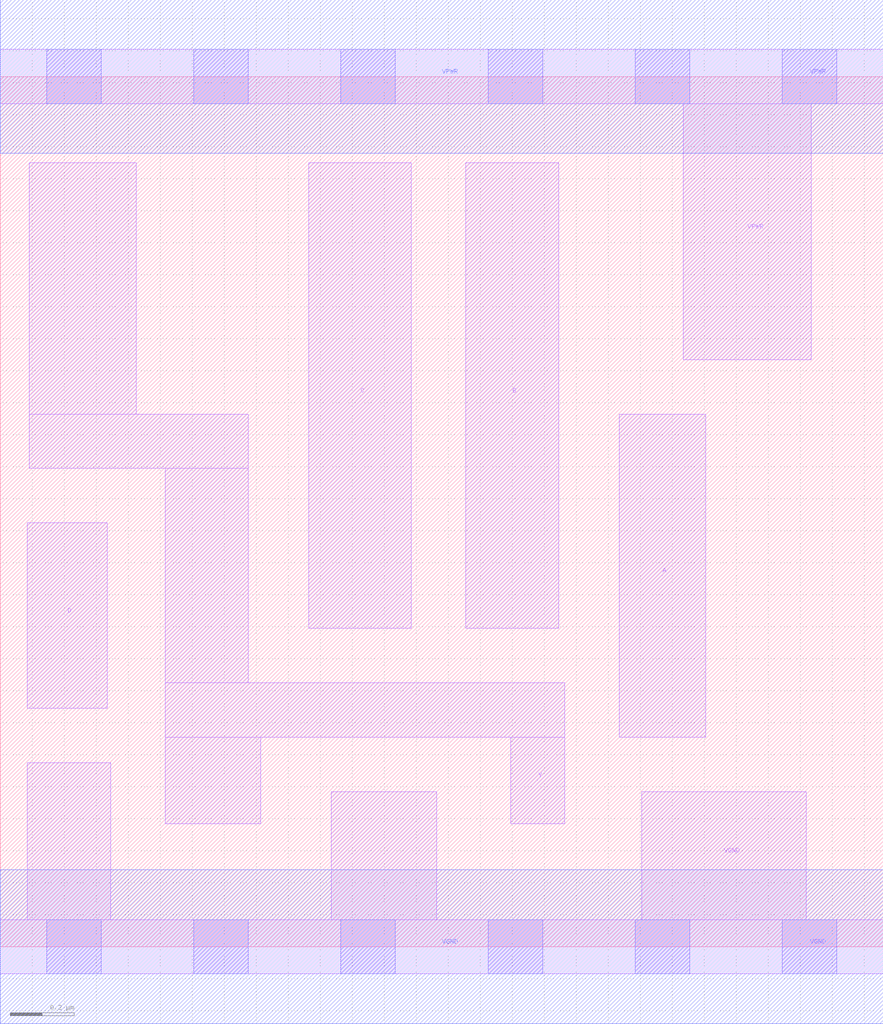
<source format=lef>
# Copyright 2020 The SkyWater PDK Authors
#
# Licensed under the Apache License, Version 2.0 (the "License");
# you may not use this file except in compliance with the License.
# You may obtain a copy of the License at
#
#     https://www.apache.org/licenses/LICENSE-2.0
#
# Unless required by applicable law or agreed to in writing, software
# distributed under the License is distributed on an "AS IS" BASIS,
# WITHOUT WARRANTIES OR CONDITIONS OF ANY KIND, either express or implied.
# See the License for the specific language governing permissions and
# limitations under the License.
#
# SPDX-License-Identifier: Apache-2.0

VERSION 5.7 ;
  NAMESCASESENSITIVE ON ;
  NOWIREEXTENSIONATPIN ON ;
  DIVIDERCHAR "/" ;
  BUSBITCHARS "[]" ;
UNITS
  DATABASE MICRONS 200 ;
END UNITS
PROPERTYDEFINITIONS
  MACRO maskLayoutSubType STRING ;
  MACRO prCellType STRING ;
  MACRO originalViewName STRING ;
END PROPERTYDEFINITIONS
MACRO sky130_fd_sc_hdll__nor4_1
  CLASS CORE ;
  FOREIGN sky130_fd_sc_hdll__nor4_1 ;
  ORIGIN  0.000000  0.000000 ;
  SIZE  2.760000 BY  2.720000 ;
  SYMMETRY X Y R90 ;
  SITE unithd ;
  PIN A
    ANTENNAGATEAREA  0.277500 ;
    DIRECTION INPUT ;
    USE SIGNAL ;
    PORT
      LAYER li1 ;
        RECT 1.935000 0.655000 2.205000 1.665000 ;
    END
  END A
  PIN B
    ANTENNAGATEAREA  0.277500 ;
    DIRECTION INPUT ;
    USE SIGNAL ;
    PORT
      LAYER li1 ;
        RECT 1.455000 0.995000 1.745000 2.450000 ;
    END
  END B
  PIN C
    ANTENNAGATEAREA  0.277500 ;
    DIRECTION INPUT ;
    USE SIGNAL ;
    PORT
      LAYER li1 ;
        RECT 0.965000 0.995000 1.285000 2.450000 ;
    END
  END C
  PIN D
    ANTENNAGATEAREA  0.277500 ;
    DIRECTION INPUT ;
    USE SIGNAL ;
    PORT
      LAYER li1 ;
        RECT 0.085000 0.745000 0.335000 1.325000 ;
    END
  END D
  PIN VGND
    ANTENNADIFFAREA  0.604500 ;
    DIRECTION INOUT ;
    USE SIGNAL ;
    PORT
      LAYER li1 ;
        RECT 0.000000 -0.085000 2.760000 0.085000 ;
        RECT 0.085000  0.085000 0.345000 0.575000 ;
        RECT 1.035000  0.085000 1.365000 0.485000 ;
        RECT 2.005000  0.085000 2.520000 0.485000 ;
      LAYER mcon ;
        RECT 0.145000 -0.085000 0.315000 0.085000 ;
        RECT 0.605000 -0.085000 0.775000 0.085000 ;
        RECT 1.065000 -0.085000 1.235000 0.085000 ;
        RECT 1.525000 -0.085000 1.695000 0.085000 ;
        RECT 1.985000 -0.085000 2.155000 0.085000 ;
        RECT 2.445000 -0.085000 2.615000 0.085000 ;
      LAYER met1 ;
        RECT 0.000000 -0.240000 2.760000 0.240000 ;
    END
  END VGND
  PIN VPWR
    ANTENNADIFFAREA  0.270000 ;
    DIRECTION INOUT ;
    USE SIGNAL ;
    PORT
      LAYER li1 ;
        RECT 0.000000 2.635000 2.760000 2.805000 ;
        RECT 2.135000 1.835000 2.535000 2.635000 ;
      LAYER mcon ;
        RECT 0.145000 2.635000 0.315000 2.805000 ;
        RECT 0.605000 2.635000 0.775000 2.805000 ;
        RECT 1.065000 2.635000 1.235000 2.805000 ;
        RECT 1.525000 2.635000 1.695000 2.805000 ;
        RECT 1.985000 2.635000 2.155000 2.805000 ;
        RECT 2.445000 2.635000 2.615000 2.805000 ;
      LAYER met1 ;
        RECT 0.000000 2.480000 2.760000 2.960000 ;
    END
  END VPWR
  PIN Y
    ANTENNADIFFAREA  0.699000 ;
    DIRECTION OUTPUT ;
    USE SIGNAL ;
    PORT
      LAYER li1 ;
        RECT 0.090000 1.495000 0.775000 1.665000 ;
        RECT 0.090000 1.665000 0.425000 2.450000 ;
        RECT 0.515000 0.385000 0.815000 0.655000 ;
        RECT 0.515000 0.655000 1.765000 0.825000 ;
        RECT 0.515000 0.825000 0.775000 1.495000 ;
        RECT 1.595000 0.385000 1.765000 0.655000 ;
    END
  END Y
  PROPERTY maskLayoutSubType "abstract" ;
  PROPERTY prCellType "standard" ;
  PROPERTY originalViewName "layout" ;
END sky130_fd_sc_hdll__nor4_1

</source>
